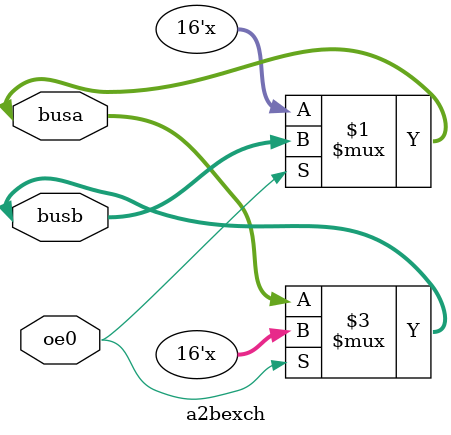
<source format=v>

module a2bexch(busa, busb, oe0);
inout [15:0] busa /*synthesis PULL = "UP,UP,UP,UP,UP,UP,UP,UP,UP,UP,UP,UP,UP,UP,UP,UP"*/;
inout [15:0] busb /*synthesis LOC = "P4,P5,P3,P7,P9,P10,P11,P12,P13,P14,P2,P16,P20,P21,P22,P23"*/;
input oe0;

//exemplar attribute busa PULL UP,UP,UP,UP,UP,UP,UP,UP,UP,UP,UP,UP,UP,UP,UP,UP
//exemplar attribute busb LOC P4,P5,P3,P7,P9,P10,P11,P12,P13,P14,P2,P16,P20,P21,P22,P23


assign busa = oe0 ? busb : 16'bz;
assign busb = ~oe0 ? busa : 16'bz;

endmodule

</source>
